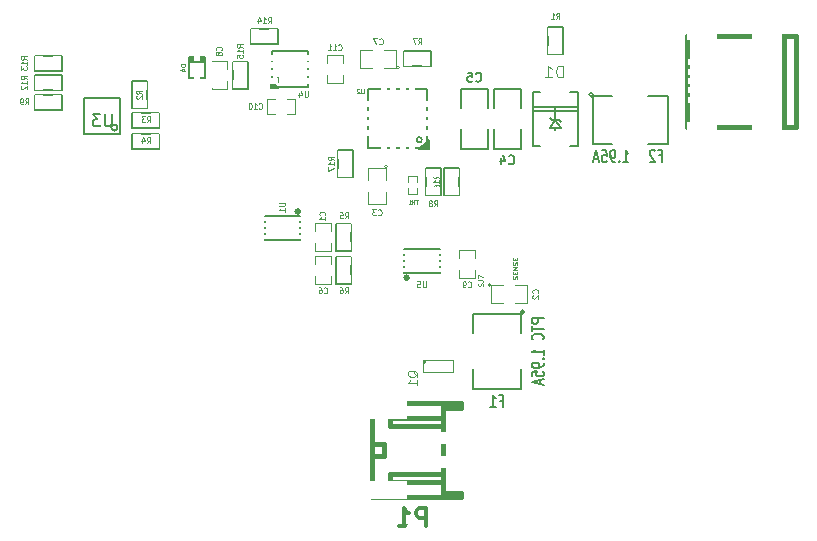
<source format=gbo>
G04 (created by PCBNEW (2013-05-31 BZR 4019)-stable) date 1/30/2014 2:02:55 PM*
%MOIN*%
G04 Gerber Fmt 3.4, Leading zero omitted, Abs format*
%FSLAX34Y34*%
G01*
G70*
G90*
G04 APERTURE LIST*
%ADD10C,0.00590551*%
%ADD11C,0.005*%
%ADD12C,0.0031*%
%ADD13C,0.015*%
%ADD14C,0.0047*%
%ADD15C,0.0039*%
%ADD16C,0.006*%
%ADD17C,0.0078*%
%ADD18C,0.0028*%
%ADD19C,0.0045*%
%ADD20C,0.012*%
%ADD21C,0.0043*%
%ADD22C,0.0035*%
%ADD23C,0.18*%
%ADD24R,0.065X0.065*%
%ADD25C,0.0512*%
%ADD26R,0.0349X0.0171*%
%ADD27R,0.0589X0.0628*%
%ADD28R,0.0315X0.0394*%
%ADD29R,0.025X0.045*%
%ADD30R,0.045X0.025*%
%ADD31R,0.1377X0.0392*%
%ADD32R,0.1377X0.0393*%
%ADD33R,0.1338X0.059*%
%ADD34R,0.1337X0.059*%
%ADD35C,0.045*%
%ADD36R,0.06X0.06*%
%ADD37C,0.06*%
%ADD38R,0.0906X0.0197*%
%ADD39R,0.0984X0.0787*%
%ADD40C,0.0354*%
%ADD41R,0.055X0.15*%
%ADD42R,0.15X0.055*%
%ADD43R,0.08X0.06*%
%ADD44R,0.055X0.035*%
%ADD45R,0.0742X0.0624*%
%ADD46R,0.035X0.055*%
%ADD47R,0.016X0.05*%
%ADD48R,0.0330709X0.0192913*%
%ADD49R,0.0724409X0.103937*%
%ADD50R,0.0866X0.063*%
%ADD51R,0.0236X0.0394*%
%ADD52R,0.019685X0.0370079*%
%ADD53R,0.0370079X0.019685*%
%ADD54R,0.0694882X0.0694882*%
%ADD55R,0.0236X0.0157*%
G04 APERTURE END LIST*
G54D10*
G54D11*
X89591Y-52299D02*
G75*
G03X89591Y-52299I-79J0D01*
G74*
G01*
X89551Y-52298D02*
G75*
G03X89551Y-52298I-39J0D01*
G74*
G01*
X88409Y-52456D02*
X88409Y-53244D01*
X89591Y-52456D02*
X89591Y-53244D01*
X88409Y-53244D02*
X89591Y-53244D01*
X89591Y-52456D02*
X88409Y-52456D01*
G54D12*
X93799Y-57312D02*
G75*
G03X93799Y-57312I-62J0D01*
G74*
G01*
X94700Y-57650D02*
X94700Y-57250D01*
X93675Y-57650D02*
X93675Y-57250D01*
X94700Y-57250D02*
X93675Y-57250D01*
X93675Y-57650D02*
X94700Y-57650D01*
G54D11*
X80750Y-48900D02*
X81650Y-48900D01*
X81650Y-48900D02*
X81650Y-48400D01*
X81650Y-48400D02*
X80750Y-48400D01*
X80750Y-48400D02*
X80750Y-48900D01*
X80750Y-47600D02*
X81650Y-47600D01*
X81650Y-47600D02*
X81650Y-47100D01*
X81650Y-47100D02*
X80750Y-47100D01*
X80750Y-47100D02*
X80750Y-47600D01*
X91350Y-51150D02*
X91350Y-50250D01*
X91350Y-50250D02*
X90850Y-50250D01*
X90850Y-50250D02*
X90850Y-51150D01*
X90850Y-51150D02*
X91350Y-51150D01*
X80750Y-48250D02*
X81650Y-48250D01*
X81650Y-48250D02*
X81650Y-47750D01*
X81650Y-47750D02*
X80750Y-47750D01*
X80750Y-47750D02*
X80750Y-48250D01*
X90800Y-53800D02*
X90800Y-54700D01*
X90800Y-54700D02*
X91300Y-54700D01*
X91300Y-54700D02*
X91300Y-53800D01*
X91300Y-53800D02*
X90800Y-53800D01*
X90800Y-52700D02*
X90800Y-53600D01*
X90800Y-53600D02*
X91300Y-53600D01*
X91300Y-53600D02*
X91300Y-52700D01*
X91300Y-52700D02*
X90800Y-52700D01*
X84900Y-49700D02*
X84000Y-49700D01*
X84000Y-49700D02*
X84000Y-50200D01*
X84000Y-50200D02*
X84900Y-50200D01*
X84900Y-50200D02*
X84900Y-49700D01*
X84900Y-49000D02*
X84000Y-49000D01*
X84000Y-49000D02*
X84000Y-49500D01*
X84000Y-49500D02*
X84900Y-49500D01*
X84900Y-49500D02*
X84900Y-49000D01*
X98350Y-47050D02*
X98350Y-46150D01*
X98350Y-46150D02*
X97850Y-46150D01*
X97850Y-46150D02*
X97850Y-47050D01*
X97850Y-47050D02*
X98350Y-47050D01*
X88850Y-46200D02*
X87950Y-46200D01*
X87950Y-46200D02*
X87950Y-46700D01*
X87950Y-46700D02*
X88850Y-46700D01*
X88850Y-46700D02*
X88850Y-46200D01*
X87850Y-48200D02*
X87850Y-47300D01*
X87850Y-47300D02*
X87350Y-47300D01*
X87350Y-47300D02*
X87350Y-48200D01*
X87350Y-48200D02*
X87850Y-48200D01*
X84000Y-47950D02*
X84000Y-48850D01*
X84000Y-48850D02*
X84500Y-48850D01*
X84500Y-48850D02*
X84500Y-47950D01*
X84500Y-47950D02*
X84000Y-47950D01*
G54D13*
X91994Y-61825D02*
X94947Y-61825D01*
X94947Y-58675D02*
X91994Y-58675D01*
X94947Y-58675D02*
X94947Y-58833D01*
X94356Y-58754D02*
X94947Y-58754D01*
X94947Y-58833D02*
X94356Y-58833D01*
X94947Y-61746D02*
X94356Y-61746D01*
X94356Y-61667D02*
X94947Y-61667D01*
X94947Y-61667D02*
X94947Y-61825D01*
X91994Y-60447D02*
X92388Y-60447D01*
X92388Y-60447D02*
X92388Y-60053D01*
X92388Y-60053D02*
X91994Y-60053D01*
X94356Y-61037D02*
X92585Y-61037D01*
X92585Y-61037D02*
X92585Y-61313D01*
X92585Y-61313D02*
X94356Y-61313D01*
X94356Y-59463D02*
X92585Y-59463D01*
X92585Y-59463D02*
X92585Y-59187D01*
X92585Y-59187D02*
X94356Y-59187D01*
X91994Y-61825D02*
X91994Y-58675D01*
X94356Y-58675D02*
X94356Y-61825D01*
X91994Y-60762D02*
X91994Y-60880D01*
G54D14*
X95406Y-54247D02*
X95406Y-54522D01*
X95406Y-53853D02*
X95406Y-53578D01*
X94894Y-54247D02*
X94894Y-54522D01*
X94894Y-53578D02*
X94894Y-53853D01*
X94900Y-54522D02*
X95400Y-54522D01*
X95400Y-53578D02*
X94900Y-53578D01*
X90606Y-53347D02*
X90606Y-53622D01*
X90606Y-52953D02*
X90606Y-52678D01*
X90094Y-53347D02*
X90094Y-53622D01*
X90094Y-52678D02*
X90094Y-52953D01*
X90100Y-53622D02*
X90600Y-53622D01*
X90600Y-52678D02*
X90100Y-52678D01*
G54D13*
X105717Y-46434D02*
X105717Y-49466D01*
X106111Y-46434D02*
X106111Y-49466D01*
X106111Y-49466D02*
X102489Y-49466D01*
X102489Y-49466D02*
X102489Y-46434D01*
X102489Y-46434D02*
X106111Y-46434D01*
G54D14*
X86644Y-47553D02*
X86644Y-47278D01*
X86644Y-47947D02*
X86644Y-48222D01*
X87156Y-47553D02*
X87156Y-47278D01*
X87156Y-48222D02*
X87156Y-47947D01*
X87150Y-47278D02*
X86650Y-47278D01*
X86650Y-48222D02*
X87150Y-48222D01*
G54D11*
X99370Y-48400D02*
G75*
G03X99370Y-48400I-70J0D01*
G74*
G01*
X101200Y-48450D02*
X101850Y-48450D01*
X101850Y-48450D02*
X101850Y-50050D01*
X101850Y-50050D02*
X101200Y-50050D01*
X100000Y-50050D02*
X99350Y-50050D01*
X99350Y-50050D02*
X99350Y-48450D01*
X99350Y-48450D02*
X100000Y-48450D01*
X97070Y-55650D02*
G75*
G03X97070Y-55650I-70J0D01*
G74*
G01*
X96950Y-57550D02*
X96950Y-58200D01*
X96950Y-58200D02*
X95350Y-58200D01*
X95350Y-58200D02*
X95350Y-57550D01*
X95350Y-56350D02*
X95350Y-55700D01*
X95350Y-55700D02*
X96950Y-55700D01*
X96950Y-55700D02*
X96950Y-56350D01*
X96050Y-48200D02*
X96950Y-48200D01*
X96950Y-48200D02*
X96950Y-48850D01*
X96050Y-49550D02*
X96050Y-50200D01*
X96050Y-50200D02*
X96950Y-50200D01*
X96950Y-50200D02*
X96950Y-49550D01*
X96050Y-48850D02*
X96050Y-48200D01*
G54D15*
X92500Y-50800D02*
G75*
G03X92500Y-50800I-50J0D01*
G74*
G01*
X92450Y-51250D02*
X92450Y-50850D01*
X92450Y-50850D02*
X91850Y-50850D01*
X91850Y-50850D02*
X91850Y-51250D01*
X91850Y-51650D02*
X91850Y-52050D01*
X91850Y-52050D02*
X92450Y-52050D01*
X92450Y-52050D02*
X92450Y-51650D01*
G54D11*
X93217Y-54501D02*
G75*
G03X93217Y-54501I-79J0D01*
G74*
G01*
X93177Y-54502D02*
G75*
G03X93177Y-54502I-39J0D01*
G74*
G01*
X94241Y-54344D02*
X94241Y-53556D01*
X93059Y-54344D02*
X93059Y-53556D01*
X94241Y-53556D02*
X93059Y-53556D01*
X93059Y-54344D02*
X94241Y-54344D01*
X93775Y-50850D02*
X93775Y-51750D01*
X93775Y-51750D02*
X94275Y-51750D01*
X94275Y-51750D02*
X94275Y-50850D01*
X94275Y-50850D02*
X93775Y-50850D01*
X93950Y-46950D02*
X93050Y-46950D01*
X93050Y-46950D02*
X93050Y-47450D01*
X93050Y-47450D02*
X93950Y-47450D01*
X93950Y-47450D02*
X93950Y-46950D01*
X94950Y-48200D02*
X95850Y-48200D01*
X95850Y-48200D02*
X95850Y-48850D01*
X94950Y-49550D02*
X94950Y-50200D01*
X94950Y-50200D02*
X95850Y-50200D01*
X95850Y-50200D02*
X95850Y-49550D01*
X94950Y-48850D02*
X94950Y-48200D01*
G54D15*
X95950Y-54750D02*
G75*
G03X95950Y-54750I-50J0D01*
G74*
G01*
X96350Y-54750D02*
X95950Y-54750D01*
X95950Y-54750D02*
X95950Y-55350D01*
X95950Y-55350D02*
X96350Y-55350D01*
X96750Y-55350D02*
X97150Y-55350D01*
X97150Y-55350D02*
X97150Y-54750D01*
X97150Y-54750D02*
X96750Y-54750D01*
X92900Y-47500D02*
G75*
G03X92900Y-47500I-50J0D01*
G74*
G01*
X92400Y-47500D02*
X92800Y-47500D01*
X92800Y-47500D02*
X92800Y-46900D01*
X92800Y-46900D02*
X92400Y-46900D01*
X92000Y-46900D02*
X91600Y-46900D01*
X91600Y-46900D02*
X91600Y-47500D01*
X91600Y-47500D02*
X92000Y-47500D01*
G54D16*
X83500Y-49500D02*
G75*
G03X83500Y-49500I-100J0D01*
G74*
G01*
X82400Y-49700D02*
X83600Y-49700D01*
X83600Y-49700D02*
X83600Y-48500D01*
X83600Y-48500D02*
X82400Y-48500D01*
X82400Y-48500D02*
X82400Y-49700D01*
G54D11*
X88856Y-48180D02*
X88620Y-48180D01*
X88620Y-48180D02*
X88620Y-47943D01*
X88620Y-47943D02*
X88856Y-48180D01*
X88934Y-47904D02*
G75*
G03X88934Y-47904I-39J0D01*
G74*
G01*
X88974Y-47904D02*
G75*
G03X88974Y-47904I-79J0D01*
G74*
G01*
X88659Y-48022D02*
X88777Y-48140D01*
X88738Y-48140D02*
X88659Y-48062D01*
X88659Y-48101D02*
X88698Y-48140D01*
X89840Y-48140D02*
X89840Y-46959D01*
X89840Y-46959D02*
X88659Y-46959D01*
X88659Y-46959D02*
X88659Y-48140D01*
X88659Y-48140D02*
X89840Y-48140D01*
X98100Y-49500D02*
X98100Y-49580D01*
X98850Y-50100D02*
X98850Y-48300D01*
X98850Y-48300D02*
X98600Y-48300D01*
X97350Y-48940D02*
X98850Y-48940D01*
X97350Y-48810D02*
X98850Y-48810D01*
X97600Y-50100D02*
X97350Y-50100D01*
X97350Y-50100D02*
X97350Y-48300D01*
X97350Y-48300D02*
X97600Y-48300D01*
X98600Y-50100D02*
X98850Y-50100D01*
X98100Y-49250D02*
X98287Y-49500D01*
X98287Y-49500D02*
X98100Y-49500D01*
X98100Y-49500D02*
X97913Y-49500D01*
X97913Y-49500D02*
X98100Y-49250D01*
X98100Y-49250D02*
X98225Y-49250D01*
X98225Y-49250D02*
X98287Y-49312D01*
X98100Y-49250D02*
X97975Y-49250D01*
X97975Y-49250D02*
X97913Y-49188D01*
X98100Y-49250D02*
X98100Y-48813D01*
X86426Y-47185D02*
X85874Y-47185D01*
X85874Y-47224D02*
X86426Y-47224D01*
X86426Y-47264D02*
X85874Y-47264D01*
X86426Y-47303D02*
X85874Y-47303D01*
X86426Y-47146D02*
X86426Y-47854D01*
X86426Y-47854D02*
X85874Y-47854D01*
X85874Y-47854D02*
X85874Y-47146D01*
X85874Y-47146D02*
X86426Y-47146D01*
G54D14*
X90606Y-54447D02*
X90606Y-54722D01*
X90606Y-54053D02*
X90606Y-53778D01*
X90094Y-54447D02*
X90094Y-54722D01*
X90094Y-53778D02*
X90094Y-54053D01*
X90100Y-54722D02*
X90600Y-54722D01*
X90600Y-53778D02*
X90100Y-53778D01*
X89147Y-48544D02*
X89422Y-48544D01*
X88753Y-48544D02*
X88478Y-48544D01*
X89147Y-49056D02*
X89422Y-49056D01*
X88478Y-49056D02*
X88753Y-49056D01*
X89422Y-49050D02*
X89422Y-48550D01*
X88478Y-48550D02*
X88478Y-49050D01*
G54D11*
X93558Y-50223D02*
X93873Y-49908D01*
X93873Y-49908D02*
X93873Y-50223D01*
X93873Y-50223D02*
X93558Y-50223D01*
X93833Y-49987D02*
X93637Y-50183D01*
X93833Y-50026D02*
X93676Y-50183D01*
X93676Y-50183D02*
X93715Y-50183D01*
X93715Y-50183D02*
X93833Y-50065D01*
X93833Y-50065D02*
X93833Y-50105D01*
X93833Y-50105D02*
X93755Y-50183D01*
X93834Y-50184D02*
X93834Y-48215D01*
X93834Y-48215D02*
X91865Y-48215D01*
X91865Y-48215D02*
X91865Y-50184D01*
X91865Y-50184D02*
X93834Y-50184D01*
G54D17*
X93647Y-49907D02*
G75*
G03X93647Y-49907I-87J0D01*
G74*
G01*
G54D18*
X93200Y-51300D02*
X93200Y-51100D01*
X93200Y-51100D02*
X93500Y-51100D01*
X93500Y-51100D02*
X93500Y-51300D01*
X93200Y-51500D02*
X93200Y-51700D01*
X93200Y-51700D02*
X93500Y-51700D01*
X93500Y-51700D02*
X93500Y-51500D01*
G54D11*
X94400Y-50850D02*
X94400Y-51750D01*
X94400Y-51750D02*
X94900Y-51750D01*
X94900Y-51750D02*
X94900Y-50850D01*
X94900Y-50850D02*
X94400Y-50850D01*
G54D14*
X90494Y-47353D02*
X90494Y-47078D01*
X90494Y-47747D02*
X90494Y-48022D01*
X91006Y-47353D02*
X91006Y-47078D01*
X91006Y-48022D02*
X91006Y-47747D01*
X91000Y-47078D02*
X90500Y-47078D01*
X90500Y-48022D02*
X91000Y-48022D01*
G54D15*
X88882Y-51999D02*
X89042Y-51999D01*
X89060Y-52009D01*
X89070Y-52018D01*
X89079Y-52037D01*
X89079Y-52074D01*
X89070Y-52093D01*
X89060Y-52103D01*
X89042Y-52112D01*
X88882Y-52112D01*
X89079Y-52309D02*
X89079Y-52196D01*
X89079Y-52253D02*
X88882Y-52253D01*
X88910Y-52234D01*
X88929Y-52215D01*
X88939Y-52196D01*
G54D14*
X93500Y-57821D02*
X93485Y-57792D01*
X93457Y-57764D01*
X93414Y-57721D01*
X93400Y-57692D01*
X93400Y-57664D01*
X93471Y-57678D02*
X93457Y-57650D01*
X93428Y-57621D01*
X93371Y-57607D01*
X93271Y-57607D01*
X93214Y-57621D01*
X93185Y-57650D01*
X93171Y-57678D01*
X93171Y-57735D01*
X93185Y-57764D01*
X93214Y-57792D01*
X93271Y-57807D01*
X93371Y-57807D01*
X93428Y-57792D01*
X93457Y-57764D01*
X93471Y-57735D01*
X93471Y-57678D01*
X93471Y-58092D02*
X93471Y-57921D01*
X93471Y-58007D02*
X93171Y-58007D01*
X93214Y-57978D01*
X93242Y-57950D01*
X93257Y-57921D01*
G54D19*
X80430Y-48730D02*
X80490Y-48635D01*
X80532Y-48730D02*
X80532Y-48530D01*
X80464Y-48530D01*
X80447Y-48540D01*
X80438Y-48550D01*
X80430Y-48569D01*
X80430Y-48597D01*
X80438Y-48616D01*
X80447Y-48626D01*
X80464Y-48635D01*
X80532Y-48635D01*
X80344Y-48730D02*
X80310Y-48730D01*
X80292Y-48721D01*
X80284Y-48711D01*
X80267Y-48683D01*
X80258Y-48645D01*
X80258Y-48569D01*
X80267Y-48550D01*
X80275Y-48540D01*
X80292Y-48530D01*
X80327Y-48530D01*
X80344Y-48540D01*
X80352Y-48550D01*
X80361Y-48569D01*
X80361Y-48616D01*
X80352Y-48635D01*
X80344Y-48645D01*
X80327Y-48654D01*
X80292Y-48654D01*
X80275Y-48645D01*
X80267Y-48635D01*
X80258Y-48616D01*
X80480Y-47234D02*
X80385Y-47174D01*
X80480Y-47131D02*
X80280Y-47131D01*
X80280Y-47200D01*
X80290Y-47217D01*
X80300Y-47225D01*
X80319Y-47234D01*
X80347Y-47234D01*
X80366Y-47225D01*
X80376Y-47217D01*
X80385Y-47200D01*
X80385Y-47131D01*
X80480Y-47405D02*
X80480Y-47302D01*
X80480Y-47354D02*
X80280Y-47354D01*
X80309Y-47337D01*
X80328Y-47320D01*
X80338Y-47302D01*
X80280Y-47465D02*
X80280Y-47577D01*
X80357Y-47517D01*
X80357Y-47542D01*
X80366Y-47560D01*
X80376Y-47568D01*
X80395Y-47577D01*
X80442Y-47577D01*
X80461Y-47568D01*
X80471Y-47560D01*
X80480Y-47542D01*
X80480Y-47491D01*
X80471Y-47474D01*
X80461Y-47465D01*
X90730Y-50584D02*
X90635Y-50524D01*
X90730Y-50481D02*
X90530Y-50481D01*
X90530Y-50550D01*
X90540Y-50567D01*
X90550Y-50575D01*
X90569Y-50584D01*
X90597Y-50584D01*
X90616Y-50575D01*
X90626Y-50567D01*
X90635Y-50550D01*
X90635Y-50481D01*
X90730Y-50755D02*
X90730Y-50652D01*
X90730Y-50704D02*
X90530Y-50704D01*
X90559Y-50687D01*
X90578Y-50670D01*
X90588Y-50652D01*
X90530Y-50815D02*
X90530Y-50935D01*
X90730Y-50858D01*
X80480Y-47884D02*
X80385Y-47824D01*
X80480Y-47781D02*
X80280Y-47781D01*
X80280Y-47850D01*
X80290Y-47867D01*
X80300Y-47875D01*
X80319Y-47884D01*
X80347Y-47884D01*
X80366Y-47875D01*
X80376Y-47867D01*
X80385Y-47850D01*
X80385Y-47781D01*
X80480Y-48055D02*
X80480Y-47952D01*
X80480Y-48004D02*
X80280Y-48004D01*
X80309Y-47987D01*
X80328Y-47970D01*
X80338Y-47952D01*
X80300Y-48124D02*
X80290Y-48132D01*
X80280Y-48150D01*
X80280Y-48192D01*
X80290Y-48210D01*
X80300Y-48218D01*
X80319Y-48227D01*
X80338Y-48227D01*
X80366Y-48218D01*
X80480Y-48115D01*
X80480Y-48227D01*
X91080Y-55030D02*
X91140Y-54935D01*
X91182Y-55030D02*
X91182Y-54830D01*
X91114Y-54830D01*
X91097Y-54840D01*
X91088Y-54850D01*
X91080Y-54869D01*
X91080Y-54897D01*
X91088Y-54916D01*
X91097Y-54926D01*
X91114Y-54935D01*
X91182Y-54935D01*
X90925Y-54830D02*
X90960Y-54830D01*
X90977Y-54840D01*
X90985Y-54850D01*
X91002Y-54878D01*
X91011Y-54916D01*
X91011Y-54992D01*
X91002Y-55011D01*
X90994Y-55021D01*
X90977Y-55030D01*
X90942Y-55030D01*
X90925Y-55021D01*
X90917Y-55011D01*
X90908Y-54992D01*
X90908Y-54945D01*
X90917Y-54926D01*
X90925Y-54916D01*
X90942Y-54907D01*
X90977Y-54907D01*
X90994Y-54916D01*
X91002Y-54926D01*
X91011Y-54945D01*
X91080Y-52530D02*
X91140Y-52435D01*
X91182Y-52530D02*
X91182Y-52330D01*
X91114Y-52330D01*
X91097Y-52340D01*
X91088Y-52350D01*
X91080Y-52369D01*
X91080Y-52397D01*
X91088Y-52416D01*
X91097Y-52426D01*
X91114Y-52435D01*
X91182Y-52435D01*
X90917Y-52330D02*
X91002Y-52330D01*
X91011Y-52426D01*
X91002Y-52416D01*
X90985Y-52407D01*
X90942Y-52407D01*
X90925Y-52416D01*
X90917Y-52426D01*
X90908Y-52445D01*
X90908Y-52492D01*
X90917Y-52511D01*
X90925Y-52521D01*
X90942Y-52530D01*
X90985Y-52530D01*
X91002Y-52521D01*
X91011Y-52511D01*
X84480Y-50030D02*
X84540Y-49935D01*
X84582Y-50030D02*
X84582Y-49830D01*
X84514Y-49830D01*
X84497Y-49840D01*
X84488Y-49850D01*
X84480Y-49869D01*
X84480Y-49897D01*
X84488Y-49916D01*
X84497Y-49926D01*
X84514Y-49935D01*
X84582Y-49935D01*
X84325Y-49897D02*
X84325Y-50030D01*
X84368Y-49821D02*
X84411Y-49964D01*
X84300Y-49964D01*
X84480Y-49330D02*
X84540Y-49235D01*
X84582Y-49330D02*
X84582Y-49130D01*
X84514Y-49130D01*
X84497Y-49140D01*
X84488Y-49150D01*
X84480Y-49169D01*
X84480Y-49197D01*
X84488Y-49216D01*
X84497Y-49226D01*
X84514Y-49235D01*
X84582Y-49235D01*
X84420Y-49130D02*
X84308Y-49130D01*
X84368Y-49207D01*
X84342Y-49207D01*
X84325Y-49216D01*
X84317Y-49226D01*
X84308Y-49245D01*
X84308Y-49292D01*
X84317Y-49311D01*
X84325Y-49321D01*
X84342Y-49330D01*
X84394Y-49330D01*
X84411Y-49321D01*
X84420Y-49311D01*
X98130Y-45880D02*
X98190Y-45785D01*
X98232Y-45880D02*
X98232Y-45680D01*
X98164Y-45680D01*
X98147Y-45690D01*
X98138Y-45700D01*
X98130Y-45719D01*
X98130Y-45747D01*
X98138Y-45766D01*
X98147Y-45776D01*
X98164Y-45785D01*
X98232Y-45785D01*
X97958Y-45880D02*
X98061Y-45880D01*
X98010Y-45880D02*
X98010Y-45680D01*
X98027Y-45709D01*
X98044Y-45728D01*
X98061Y-45738D01*
X88515Y-46030D02*
X88575Y-45935D01*
X88618Y-46030D02*
X88618Y-45830D01*
X88550Y-45830D01*
X88532Y-45840D01*
X88524Y-45850D01*
X88515Y-45869D01*
X88515Y-45897D01*
X88524Y-45916D01*
X88532Y-45926D01*
X88550Y-45935D01*
X88618Y-45935D01*
X88344Y-46030D02*
X88447Y-46030D01*
X88395Y-46030D02*
X88395Y-45830D01*
X88412Y-45859D01*
X88430Y-45878D01*
X88447Y-45888D01*
X88190Y-45897D02*
X88190Y-46030D01*
X88232Y-45821D02*
X88275Y-45964D01*
X88164Y-45964D01*
X87680Y-46834D02*
X87585Y-46774D01*
X87680Y-46731D02*
X87480Y-46731D01*
X87480Y-46800D01*
X87490Y-46817D01*
X87500Y-46825D01*
X87519Y-46834D01*
X87547Y-46834D01*
X87566Y-46825D01*
X87576Y-46817D01*
X87585Y-46800D01*
X87585Y-46731D01*
X87680Y-47005D02*
X87680Y-46902D01*
X87680Y-46954D02*
X87480Y-46954D01*
X87509Y-46937D01*
X87528Y-46920D01*
X87538Y-46902D01*
X87480Y-47168D02*
X87480Y-47082D01*
X87576Y-47074D01*
X87566Y-47082D01*
X87557Y-47100D01*
X87557Y-47142D01*
X87566Y-47160D01*
X87576Y-47168D01*
X87595Y-47177D01*
X87642Y-47177D01*
X87661Y-47168D01*
X87671Y-47160D01*
X87680Y-47142D01*
X87680Y-47100D01*
X87671Y-47082D01*
X87661Y-47074D01*
X84330Y-48370D02*
X84235Y-48310D01*
X84330Y-48267D02*
X84130Y-48267D01*
X84130Y-48335D01*
X84140Y-48352D01*
X84150Y-48361D01*
X84169Y-48370D01*
X84197Y-48370D01*
X84216Y-48361D01*
X84226Y-48352D01*
X84235Y-48335D01*
X84235Y-48267D01*
X84150Y-48438D02*
X84140Y-48447D01*
X84130Y-48464D01*
X84130Y-48507D01*
X84140Y-48524D01*
X84150Y-48532D01*
X84169Y-48541D01*
X84188Y-48541D01*
X84216Y-48532D01*
X84330Y-48430D01*
X84330Y-48541D01*
G54D20*
X93792Y-62792D02*
X93792Y-62192D01*
X93564Y-62192D01*
X93507Y-62221D01*
X93478Y-62250D01*
X93450Y-62307D01*
X93450Y-62392D01*
X93478Y-62450D01*
X93507Y-62478D01*
X93564Y-62507D01*
X93792Y-62507D01*
X92878Y-62792D02*
X93221Y-62792D01*
X93050Y-62792D02*
X93050Y-62192D01*
X93107Y-62278D01*
X93164Y-62335D01*
X93221Y-62364D01*
G54D19*
X95180Y-54811D02*
X95188Y-54821D01*
X95214Y-54830D01*
X95231Y-54830D01*
X95257Y-54821D01*
X95274Y-54802D01*
X95282Y-54783D01*
X95291Y-54745D01*
X95291Y-54716D01*
X95282Y-54678D01*
X95274Y-54659D01*
X95257Y-54640D01*
X95231Y-54630D01*
X95214Y-54630D01*
X95188Y-54640D01*
X95180Y-54650D01*
X95094Y-54830D02*
X95060Y-54830D01*
X95042Y-54821D01*
X95034Y-54811D01*
X95017Y-54783D01*
X95008Y-54745D01*
X95008Y-54669D01*
X95017Y-54650D01*
X95025Y-54640D01*
X95042Y-54630D01*
X95077Y-54630D01*
X95094Y-54640D01*
X95102Y-54650D01*
X95111Y-54669D01*
X95111Y-54716D01*
X95102Y-54735D01*
X95094Y-54745D01*
X95077Y-54754D01*
X95042Y-54754D01*
X95025Y-54745D01*
X95017Y-54735D01*
X95008Y-54716D01*
X90411Y-52420D02*
X90421Y-52411D01*
X90430Y-52385D01*
X90430Y-52368D01*
X90421Y-52342D01*
X90402Y-52325D01*
X90383Y-52317D01*
X90345Y-52308D01*
X90316Y-52308D01*
X90278Y-52317D01*
X90259Y-52325D01*
X90240Y-52342D01*
X90230Y-52368D01*
X90230Y-52385D01*
X90240Y-52411D01*
X90250Y-52420D01*
X90430Y-52591D02*
X90430Y-52488D01*
X90430Y-52540D02*
X90230Y-52540D01*
X90259Y-52522D01*
X90278Y-52505D01*
X90288Y-52488D01*
X86961Y-46920D02*
X86971Y-46911D01*
X86980Y-46885D01*
X86980Y-46868D01*
X86971Y-46842D01*
X86952Y-46825D01*
X86933Y-46817D01*
X86895Y-46808D01*
X86866Y-46808D01*
X86828Y-46817D01*
X86809Y-46825D01*
X86790Y-46842D01*
X86780Y-46868D01*
X86780Y-46885D01*
X86790Y-46911D01*
X86800Y-46920D01*
X86866Y-47022D02*
X86857Y-47005D01*
X86847Y-46997D01*
X86828Y-46988D01*
X86819Y-46988D01*
X86800Y-46997D01*
X86790Y-47005D01*
X86780Y-47022D01*
X86780Y-47057D01*
X86790Y-47074D01*
X86800Y-47082D01*
X86819Y-47091D01*
X86828Y-47091D01*
X86847Y-47082D01*
X86857Y-47074D01*
X86866Y-47057D01*
X86866Y-47022D01*
X86876Y-47005D01*
X86885Y-46997D01*
X86904Y-46988D01*
X86942Y-46988D01*
X86961Y-46997D01*
X86971Y-47005D01*
X86980Y-47022D01*
X86980Y-47057D01*
X86971Y-47074D01*
X86961Y-47082D01*
X86942Y-47091D01*
X86904Y-47091D01*
X86885Y-47082D01*
X86876Y-47074D01*
X86866Y-47057D01*
G54D11*
X101559Y-50432D02*
X101659Y-50432D01*
X101659Y-50641D02*
X101659Y-50241D01*
X101517Y-50241D01*
X101417Y-50280D02*
X101402Y-50260D01*
X101374Y-50241D01*
X101302Y-50241D01*
X101274Y-50260D01*
X101259Y-50280D01*
X101245Y-50318D01*
X101245Y-50356D01*
X101259Y-50413D01*
X101431Y-50641D01*
X101245Y-50641D01*
X100360Y-50651D02*
X100531Y-50651D01*
X100445Y-50651D02*
X100445Y-50251D01*
X100474Y-50309D01*
X100502Y-50347D01*
X100531Y-50366D01*
X100231Y-50613D02*
X100217Y-50632D01*
X100231Y-50651D01*
X100245Y-50632D01*
X100231Y-50613D01*
X100231Y-50651D01*
X100074Y-50651D02*
X100017Y-50651D01*
X99988Y-50632D01*
X99974Y-50613D01*
X99945Y-50556D01*
X99931Y-50480D01*
X99931Y-50328D01*
X99945Y-50290D01*
X99960Y-50270D01*
X99988Y-50251D01*
X100045Y-50251D01*
X100074Y-50270D01*
X100088Y-50290D01*
X100102Y-50328D01*
X100102Y-50423D01*
X100088Y-50461D01*
X100074Y-50480D01*
X100045Y-50499D01*
X99988Y-50499D01*
X99960Y-50480D01*
X99945Y-50461D01*
X99931Y-50423D01*
X99660Y-50251D02*
X99802Y-50251D01*
X99817Y-50442D01*
X99802Y-50423D01*
X99774Y-50404D01*
X99702Y-50404D01*
X99674Y-50423D01*
X99660Y-50442D01*
X99645Y-50480D01*
X99645Y-50575D01*
X99660Y-50613D01*
X99674Y-50632D01*
X99702Y-50651D01*
X99774Y-50651D01*
X99802Y-50632D01*
X99817Y-50613D01*
X99531Y-50537D02*
X99388Y-50537D01*
X99560Y-50651D02*
X99460Y-50251D01*
X99360Y-50651D01*
X96249Y-58602D02*
X96349Y-58602D01*
X96349Y-58811D02*
X96349Y-58411D01*
X96207Y-58411D01*
X95935Y-58811D02*
X96107Y-58811D01*
X96021Y-58811D02*
X96021Y-58411D01*
X96049Y-58469D01*
X96078Y-58507D01*
X96107Y-58526D01*
X97711Y-55864D02*
X97311Y-55864D01*
X97311Y-55978D01*
X97330Y-56007D01*
X97350Y-56021D01*
X97388Y-56035D01*
X97445Y-56035D01*
X97483Y-56021D01*
X97502Y-56007D01*
X97521Y-55978D01*
X97521Y-55864D01*
X97311Y-56121D02*
X97311Y-56292D01*
X97711Y-56207D02*
X97311Y-56207D01*
X97673Y-56564D02*
X97692Y-56550D01*
X97711Y-56507D01*
X97711Y-56478D01*
X97692Y-56435D01*
X97654Y-56407D01*
X97616Y-56392D01*
X97540Y-56378D01*
X97483Y-56378D01*
X97407Y-56392D01*
X97369Y-56407D01*
X97330Y-56435D01*
X97311Y-56478D01*
X97311Y-56507D01*
X97330Y-56550D01*
X97350Y-56564D01*
X97711Y-57078D02*
X97711Y-56907D01*
X97711Y-56992D02*
X97311Y-56992D01*
X97369Y-56964D01*
X97407Y-56935D01*
X97426Y-56907D01*
X97673Y-57207D02*
X97692Y-57221D01*
X97711Y-57207D01*
X97692Y-57192D01*
X97673Y-57207D01*
X97711Y-57207D01*
X97711Y-57364D02*
X97711Y-57421D01*
X97692Y-57450D01*
X97673Y-57464D01*
X97616Y-57492D01*
X97540Y-57507D01*
X97388Y-57507D01*
X97350Y-57492D01*
X97330Y-57478D01*
X97311Y-57450D01*
X97311Y-57392D01*
X97330Y-57364D01*
X97350Y-57350D01*
X97388Y-57335D01*
X97483Y-57335D01*
X97521Y-57350D01*
X97540Y-57364D01*
X97559Y-57392D01*
X97559Y-57450D01*
X97540Y-57478D01*
X97521Y-57492D01*
X97483Y-57507D01*
X97311Y-57778D02*
X97311Y-57635D01*
X97502Y-57621D01*
X97483Y-57635D01*
X97464Y-57664D01*
X97464Y-57735D01*
X97483Y-57764D01*
X97502Y-57778D01*
X97540Y-57792D01*
X97635Y-57792D01*
X97673Y-57778D01*
X97692Y-57764D01*
X97711Y-57735D01*
X97711Y-57664D01*
X97692Y-57635D01*
X97673Y-57621D01*
X97597Y-57907D02*
X97597Y-58049D01*
X97711Y-57878D02*
X97311Y-57978D01*
X97711Y-58078D01*
X96550Y-50692D02*
X96564Y-50707D01*
X96607Y-50721D01*
X96635Y-50721D01*
X96678Y-50707D01*
X96707Y-50678D01*
X96721Y-50650D01*
X96735Y-50592D01*
X96735Y-50550D01*
X96721Y-50492D01*
X96707Y-50464D01*
X96678Y-50435D01*
X96635Y-50421D01*
X96607Y-50421D01*
X96564Y-50435D01*
X96550Y-50450D01*
X96292Y-50521D02*
X96292Y-50721D01*
X96364Y-50407D02*
X96435Y-50621D01*
X96250Y-50621D01*
G54D21*
X92182Y-52410D02*
X92192Y-52420D01*
X92220Y-52429D01*
X92239Y-52429D01*
X92267Y-52420D01*
X92286Y-52401D01*
X92295Y-52382D01*
X92304Y-52345D01*
X92304Y-52317D01*
X92295Y-52279D01*
X92286Y-52260D01*
X92267Y-52242D01*
X92239Y-52232D01*
X92220Y-52232D01*
X92192Y-52242D01*
X92182Y-52251D01*
X92117Y-52232D02*
X91995Y-52232D01*
X92060Y-52307D01*
X92032Y-52307D01*
X92013Y-52317D01*
X92004Y-52326D01*
X91995Y-52345D01*
X91995Y-52392D01*
X92004Y-52410D01*
X92013Y-52420D01*
X92032Y-52429D01*
X92089Y-52429D01*
X92107Y-52420D01*
X92117Y-52410D01*
G54D15*
X93800Y-54632D02*
X93800Y-54792D01*
X93790Y-54810D01*
X93781Y-54820D01*
X93762Y-54829D01*
X93725Y-54829D01*
X93706Y-54820D01*
X93696Y-54810D01*
X93687Y-54792D01*
X93687Y-54632D01*
X93499Y-54632D02*
X93593Y-54632D01*
X93603Y-54726D01*
X93593Y-54717D01*
X93574Y-54707D01*
X93528Y-54707D01*
X93509Y-54717D01*
X93499Y-54726D01*
X93490Y-54745D01*
X93490Y-54792D01*
X93499Y-54810D01*
X93509Y-54820D01*
X93528Y-54829D01*
X93574Y-54829D01*
X93593Y-54820D01*
X93603Y-54810D01*
G54D19*
X94055Y-52130D02*
X94115Y-52035D01*
X94157Y-52130D02*
X94157Y-51930D01*
X94089Y-51930D01*
X94072Y-51940D01*
X94063Y-51950D01*
X94055Y-51969D01*
X94055Y-51997D01*
X94063Y-52016D01*
X94072Y-52026D01*
X94089Y-52035D01*
X94157Y-52035D01*
X93952Y-52016D02*
X93969Y-52007D01*
X93977Y-51997D01*
X93986Y-51978D01*
X93986Y-51969D01*
X93977Y-51950D01*
X93969Y-51940D01*
X93952Y-51930D01*
X93917Y-51930D01*
X93900Y-51940D01*
X93892Y-51950D01*
X93883Y-51969D01*
X93883Y-51978D01*
X93892Y-51997D01*
X93900Y-52007D01*
X93917Y-52016D01*
X93952Y-52016D01*
X93969Y-52026D01*
X93977Y-52035D01*
X93986Y-52054D01*
X93986Y-52092D01*
X93977Y-52111D01*
X93969Y-52121D01*
X93952Y-52130D01*
X93917Y-52130D01*
X93900Y-52121D01*
X93892Y-52111D01*
X93883Y-52092D01*
X93883Y-52054D01*
X93892Y-52035D01*
X93900Y-52026D01*
X93917Y-52016D01*
X93530Y-46730D02*
X93590Y-46635D01*
X93632Y-46730D02*
X93632Y-46530D01*
X93564Y-46530D01*
X93547Y-46540D01*
X93538Y-46550D01*
X93530Y-46569D01*
X93530Y-46597D01*
X93538Y-46616D01*
X93547Y-46626D01*
X93564Y-46635D01*
X93632Y-46635D01*
X93470Y-46530D02*
X93350Y-46530D01*
X93427Y-46730D01*
G54D11*
X95450Y-47942D02*
X95464Y-47957D01*
X95507Y-47971D01*
X95535Y-47971D01*
X95578Y-47957D01*
X95607Y-47928D01*
X95621Y-47900D01*
X95635Y-47842D01*
X95635Y-47800D01*
X95621Y-47742D01*
X95607Y-47714D01*
X95578Y-47685D01*
X95535Y-47671D01*
X95507Y-47671D01*
X95464Y-47685D01*
X95450Y-47700D01*
X95178Y-47671D02*
X95321Y-47671D01*
X95335Y-47814D01*
X95321Y-47800D01*
X95292Y-47785D01*
X95221Y-47785D01*
X95192Y-47800D01*
X95178Y-47814D01*
X95164Y-47842D01*
X95164Y-47914D01*
X95178Y-47942D01*
X95192Y-47957D01*
X95221Y-47971D01*
X95292Y-47971D01*
X95321Y-47957D01*
X95335Y-47942D01*
G54D21*
X97510Y-55017D02*
X97520Y-55007D01*
X97529Y-54979D01*
X97529Y-54960D01*
X97520Y-54932D01*
X97501Y-54913D01*
X97482Y-54904D01*
X97445Y-54895D01*
X97417Y-54895D01*
X97379Y-54904D01*
X97360Y-54913D01*
X97342Y-54932D01*
X97332Y-54960D01*
X97332Y-54979D01*
X97342Y-55007D01*
X97351Y-55017D01*
X97351Y-55092D02*
X97342Y-55101D01*
X97332Y-55120D01*
X97332Y-55167D01*
X97342Y-55186D01*
X97351Y-55195D01*
X97370Y-55204D01*
X97389Y-55204D01*
X97417Y-55195D01*
X97529Y-55082D01*
X97529Y-55204D01*
X92232Y-46710D02*
X92242Y-46720D01*
X92270Y-46729D01*
X92289Y-46729D01*
X92317Y-46720D01*
X92336Y-46701D01*
X92345Y-46682D01*
X92354Y-46645D01*
X92354Y-46617D01*
X92345Y-46579D01*
X92336Y-46560D01*
X92317Y-46542D01*
X92289Y-46532D01*
X92270Y-46532D01*
X92242Y-46542D01*
X92232Y-46551D01*
X92167Y-46532D02*
X92035Y-46532D01*
X92120Y-46729D01*
G54D16*
X83304Y-49061D02*
X83304Y-49385D01*
X83285Y-49423D01*
X83266Y-49442D01*
X83228Y-49461D01*
X83152Y-49461D01*
X83114Y-49442D01*
X83095Y-49423D01*
X83076Y-49385D01*
X83076Y-49061D01*
X82923Y-49061D02*
X82676Y-49061D01*
X82809Y-49214D01*
X82752Y-49214D01*
X82714Y-49233D01*
X82695Y-49252D01*
X82676Y-49290D01*
X82676Y-49385D01*
X82695Y-49423D01*
X82714Y-49442D01*
X82752Y-49461D01*
X82866Y-49461D01*
X82904Y-49442D01*
X82923Y-49423D01*
G54D15*
X89850Y-48282D02*
X89850Y-48442D01*
X89840Y-48460D01*
X89831Y-48470D01*
X89812Y-48479D01*
X89775Y-48479D01*
X89756Y-48470D01*
X89746Y-48460D01*
X89737Y-48442D01*
X89737Y-48282D01*
X89559Y-48348D02*
X89559Y-48479D01*
X89606Y-48273D02*
X89653Y-48414D01*
X89531Y-48414D01*
G54D14*
X98350Y-47829D02*
X98350Y-47435D01*
X98257Y-47435D01*
X98200Y-47454D01*
X98163Y-47491D01*
X98144Y-47529D01*
X98125Y-47604D01*
X98125Y-47660D01*
X98144Y-47735D01*
X98163Y-47773D01*
X98200Y-47810D01*
X98257Y-47829D01*
X98350Y-47829D01*
X97750Y-47829D02*
X97975Y-47829D01*
X97863Y-47829D02*
X97863Y-47435D01*
X97900Y-47491D01*
X97938Y-47529D01*
X97975Y-47548D01*
G54D15*
X85763Y-47384D02*
X85606Y-47384D01*
X85606Y-47421D01*
X85614Y-47443D01*
X85628Y-47458D01*
X85643Y-47466D01*
X85673Y-47473D01*
X85696Y-47473D01*
X85726Y-47466D01*
X85741Y-47458D01*
X85756Y-47443D01*
X85763Y-47421D01*
X85763Y-47384D01*
X85658Y-47608D02*
X85763Y-47608D01*
X85599Y-47571D02*
X85711Y-47533D01*
X85711Y-47630D01*
G54D19*
X90380Y-55011D02*
X90388Y-55021D01*
X90414Y-55030D01*
X90431Y-55030D01*
X90457Y-55021D01*
X90474Y-55002D01*
X90482Y-54983D01*
X90491Y-54945D01*
X90491Y-54916D01*
X90482Y-54878D01*
X90474Y-54859D01*
X90457Y-54840D01*
X90431Y-54830D01*
X90414Y-54830D01*
X90388Y-54840D01*
X90380Y-54850D01*
X90225Y-54830D02*
X90260Y-54830D01*
X90277Y-54840D01*
X90285Y-54850D01*
X90302Y-54878D01*
X90311Y-54916D01*
X90311Y-54992D01*
X90302Y-55011D01*
X90294Y-55021D01*
X90277Y-55030D01*
X90242Y-55030D01*
X90225Y-55021D01*
X90217Y-55011D01*
X90208Y-54992D01*
X90208Y-54945D01*
X90217Y-54926D01*
X90225Y-54916D01*
X90242Y-54907D01*
X90277Y-54907D01*
X90294Y-54916D01*
X90302Y-54926D01*
X90311Y-54945D01*
X88215Y-48861D02*
X88224Y-48871D01*
X88250Y-48880D01*
X88267Y-48880D01*
X88292Y-48871D01*
X88310Y-48852D01*
X88318Y-48833D01*
X88327Y-48795D01*
X88327Y-48766D01*
X88318Y-48728D01*
X88310Y-48709D01*
X88292Y-48690D01*
X88267Y-48680D01*
X88250Y-48680D01*
X88224Y-48690D01*
X88215Y-48700D01*
X88044Y-48880D02*
X88147Y-48880D01*
X88095Y-48880D02*
X88095Y-48680D01*
X88112Y-48709D01*
X88130Y-48728D01*
X88147Y-48738D01*
X87932Y-48680D02*
X87915Y-48680D01*
X87898Y-48690D01*
X87890Y-48700D01*
X87881Y-48719D01*
X87872Y-48757D01*
X87872Y-48804D01*
X87881Y-48842D01*
X87890Y-48861D01*
X87898Y-48871D01*
X87915Y-48880D01*
X87932Y-48880D01*
X87950Y-48871D01*
X87958Y-48861D01*
X87967Y-48842D01*
X87975Y-48804D01*
X87975Y-48757D01*
X87967Y-48719D01*
X87958Y-48700D01*
X87950Y-48690D01*
X87932Y-48680D01*
G54D12*
X91719Y-48206D02*
X91719Y-48333D01*
X91712Y-48348D01*
X91704Y-48356D01*
X91689Y-48363D01*
X91659Y-48363D01*
X91644Y-48356D01*
X91637Y-48348D01*
X91629Y-48333D01*
X91629Y-48206D01*
X91562Y-48221D02*
X91555Y-48214D01*
X91540Y-48206D01*
X91502Y-48206D01*
X91487Y-48214D01*
X91480Y-48221D01*
X91472Y-48236D01*
X91472Y-48251D01*
X91480Y-48273D01*
X91570Y-48363D01*
X91472Y-48363D01*
G54D18*
X93504Y-51917D02*
X93435Y-51917D01*
X93470Y-52055D02*
X93470Y-51917D01*
X93395Y-52055D02*
X93395Y-51917D01*
X93395Y-51983D02*
X93327Y-51983D01*
X93327Y-52055D02*
X93327Y-51917D01*
X93207Y-52055D02*
X93275Y-52055D01*
X93241Y-52055D02*
X93241Y-51917D01*
X93252Y-51937D01*
X93264Y-51950D01*
X93275Y-51957D01*
G54D19*
X94230Y-51184D02*
X94135Y-51124D01*
X94230Y-51081D02*
X94030Y-51081D01*
X94030Y-51150D01*
X94040Y-51167D01*
X94050Y-51175D01*
X94069Y-51184D01*
X94097Y-51184D01*
X94116Y-51175D01*
X94126Y-51167D01*
X94135Y-51150D01*
X94135Y-51081D01*
X94230Y-51355D02*
X94230Y-51252D01*
X94230Y-51304D02*
X94030Y-51304D01*
X94059Y-51287D01*
X94078Y-51270D01*
X94088Y-51252D01*
X94030Y-51510D02*
X94030Y-51475D01*
X94040Y-51458D01*
X94050Y-51450D01*
X94078Y-51432D01*
X94116Y-51424D01*
X94192Y-51424D01*
X94211Y-51432D01*
X94221Y-51441D01*
X94230Y-51458D01*
X94230Y-51492D01*
X94221Y-51510D01*
X94211Y-51518D01*
X94192Y-51527D01*
X94145Y-51527D01*
X94126Y-51518D01*
X94116Y-51510D01*
X94107Y-51492D01*
X94107Y-51458D01*
X94116Y-51441D01*
X94126Y-51432D01*
X94145Y-51424D01*
X90865Y-46911D02*
X90874Y-46921D01*
X90900Y-46930D01*
X90917Y-46930D01*
X90942Y-46921D01*
X90960Y-46902D01*
X90968Y-46883D01*
X90977Y-46845D01*
X90977Y-46816D01*
X90968Y-46778D01*
X90960Y-46759D01*
X90942Y-46740D01*
X90917Y-46730D01*
X90900Y-46730D01*
X90874Y-46740D01*
X90865Y-46750D01*
X90694Y-46930D02*
X90797Y-46930D01*
X90745Y-46930D02*
X90745Y-46730D01*
X90762Y-46759D01*
X90780Y-46778D01*
X90797Y-46788D01*
X90522Y-46930D02*
X90625Y-46930D01*
X90574Y-46930D02*
X90574Y-46730D01*
X90591Y-46759D01*
X90608Y-46778D01*
X90625Y-46788D01*
G54D22*
X95682Y-54782D02*
X95689Y-54760D01*
X95689Y-54721D01*
X95682Y-54706D01*
X95674Y-54699D01*
X95659Y-54691D01*
X95644Y-54691D01*
X95628Y-54699D01*
X95621Y-54706D01*
X95613Y-54721D01*
X95605Y-54752D01*
X95598Y-54767D01*
X95590Y-54775D01*
X95575Y-54782D01*
X95560Y-54782D01*
X95545Y-54775D01*
X95537Y-54767D01*
X95529Y-54752D01*
X95529Y-54714D01*
X95537Y-54691D01*
X95529Y-54577D02*
X95644Y-54577D01*
X95666Y-54584D01*
X95682Y-54600D01*
X95689Y-54622D01*
X95689Y-54638D01*
X95529Y-54516D02*
X95529Y-54409D01*
X95689Y-54478D01*
X96827Y-54553D02*
X96834Y-54530D01*
X96834Y-54492D01*
X96827Y-54477D01*
X96819Y-54469D01*
X96804Y-54462D01*
X96789Y-54462D01*
X96773Y-54469D01*
X96766Y-54477D01*
X96758Y-54492D01*
X96750Y-54523D01*
X96743Y-54538D01*
X96735Y-54545D01*
X96720Y-54553D01*
X96705Y-54553D01*
X96690Y-54545D01*
X96682Y-54538D01*
X96674Y-54523D01*
X96674Y-54484D01*
X96682Y-54462D01*
X96750Y-54393D02*
X96750Y-54340D01*
X96834Y-54317D02*
X96834Y-54393D01*
X96674Y-54393D01*
X96674Y-54317D01*
X96834Y-54248D02*
X96674Y-54248D01*
X96834Y-54157D01*
X96674Y-54157D01*
X96827Y-54088D02*
X96834Y-54065D01*
X96834Y-54027D01*
X96827Y-54012D01*
X96819Y-54004D01*
X96804Y-53997D01*
X96789Y-53997D01*
X96773Y-54004D01*
X96766Y-54012D01*
X96758Y-54027D01*
X96750Y-54058D01*
X96743Y-54073D01*
X96735Y-54081D01*
X96720Y-54088D01*
X96705Y-54088D01*
X96690Y-54081D01*
X96682Y-54073D01*
X96674Y-54058D01*
X96674Y-54020D01*
X96682Y-53997D01*
X96750Y-53928D02*
X96750Y-53875D01*
X96834Y-53852D02*
X96834Y-53928D01*
X96674Y-53928D01*
X96674Y-53852D01*
%LPC*%
G54D23*
X74350Y-45650D03*
X100350Y-44400D03*
X74350Y-62150D03*
G54D24*
X98350Y-43900D03*
G54D25*
X98350Y-44900D03*
X97350Y-43900D03*
X97350Y-44900D03*
X96350Y-43900D03*
X96350Y-44900D03*
X95350Y-43900D03*
X95350Y-44900D03*
X94350Y-43900D03*
X94350Y-44900D03*
X93350Y-43900D03*
X93350Y-44900D03*
X92350Y-43900D03*
X92350Y-44900D03*
X91350Y-43900D03*
X91350Y-44900D03*
X90350Y-43900D03*
X90350Y-44900D03*
X89350Y-43900D03*
X89350Y-44900D03*
X88350Y-43900D03*
X88350Y-44900D03*
X87350Y-43900D03*
X87350Y-44900D03*
X86350Y-43900D03*
X86350Y-44900D03*
X85350Y-43900D03*
X85350Y-44900D03*
X84350Y-43900D03*
X84350Y-44900D03*
X83350Y-43900D03*
X83350Y-44900D03*
X82350Y-43900D03*
X82350Y-44900D03*
X81350Y-43900D03*
X81350Y-44900D03*
X80350Y-43900D03*
X80350Y-44900D03*
X79350Y-43900D03*
X79350Y-44900D03*
X78350Y-43900D03*
X78350Y-44900D03*
X77350Y-43900D03*
X77350Y-44900D03*
X76350Y-43900D03*
X76350Y-44900D03*
G54D24*
X98350Y-62900D03*
G54D25*
X98350Y-63900D03*
X97350Y-62900D03*
X97350Y-63900D03*
X96350Y-62900D03*
X96350Y-63900D03*
X95350Y-62900D03*
X95350Y-63900D03*
X94350Y-62900D03*
X94350Y-63900D03*
X93350Y-62900D03*
X93350Y-63900D03*
X92350Y-62900D03*
X92350Y-63900D03*
X91350Y-62900D03*
X91350Y-63900D03*
X90350Y-62900D03*
X90350Y-63900D03*
X89350Y-62900D03*
X89350Y-63900D03*
X88350Y-62900D03*
X88350Y-63900D03*
X87350Y-62900D03*
X87350Y-63900D03*
X86350Y-62900D03*
X86350Y-63900D03*
X85350Y-62900D03*
X85350Y-63900D03*
X84350Y-62900D03*
X84350Y-63900D03*
X83350Y-62900D03*
X83350Y-63900D03*
X82350Y-62900D03*
X82350Y-63900D03*
X81350Y-62900D03*
X81350Y-63900D03*
X80350Y-62900D03*
X80350Y-63900D03*
X79350Y-62900D03*
X79350Y-63900D03*
X78350Y-62900D03*
X78350Y-63900D03*
X77350Y-62900D03*
X77350Y-63900D03*
X76350Y-62900D03*
X76350Y-63900D03*
G54D26*
X89590Y-52555D03*
X89590Y-52753D03*
X89590Y-52947D03*
X89590Y-53145D03*
X88410Y-53145D03*
X88410Y-52947D03*
X88410Y-52753D03*
X88410Y-52555D03*
G54D27*
X89000Y-52850D03*
G54D28*
X94200Y-57883D03*
X94575Y-57017D03*
X93825Y-57017D03*
G54D29*
X80900Y-48650D03*
X81500Y-48650D03*
X80900Y-47350D03*
X81500Y-47350D03*
G54D30*
X91100Y-51000D03*
X91100Y-50400D03*
G54D29*
X80900Y-48000D03*
X81500Y-48000D03*
G54D30*
X91050Y-53950D03*
X91050Y-54550D03*
X91050Y-52850D03*
X91050Y-53450D03*
G54D29*
X84750Y-49950D03*
X84150Y-49950D03*
X84750Y-49250D03*
X84150Y-49250D03*
G54D30*
X98100Y-46900D03*
X98100Y-46300D03*
G54D29*
X88700Y-46450D03*
X88100Y-46450D03*
G54D30*
X87600Y-48050D03*
X87600Y-47450D03*
X84250Y-48100D03*
X84250Y-48700D03*
G54D31*
X94750Y-60644D03*
G54D32*
X94750Y-59856D03*
G54D33*
X92487Y-61567D03*
G54D34*
X92487Y-58932D03*
G54D35*
X81500Y-50675D03*
X96500Y-47650D03*
X90350Y-45950D03*
X90050Y-50400D03*
X88300Y-49900D03*
X88425Y-54350D03*
X94150Y-52600D03*
X93250Y-55550D03*
G54D36*
X100300Y-47350D03*
G54D37*
X99300Y-47350D03*
X100300Y-46350D03*
X99300Y-46350D03*
G54D30*
X95150Y-53750D03*
X95150Y-54350D03*
X90350Y-52850D03*
X90350Y-53450D03*
G54D38*
X102942Y-47320D03*
X102942Y-47635D03*
X102942Y-47950D03*
X102942Y-48265D03*
X102942Y-48580D03*
G54D39*
X102981Y-46198D03*
X105146Y-46198D03*
X102981Y-49702D03*
X105146Y-49702D03*
G54D40*
X103965Y-47084D03*
X103965Y-48816D03*
G54D30*
X86900Y-48050D03*
X86900Y-47450D03*
G54D41*
X99700Y-49250D03*
X101500Y-49250D03*
G54D42*
X96150Y-56050D03*
X96150Y-57850D03*
G54D43*
X96500Y-48550D03*
X96500Y-49850D03*
G54D44*
X92150Y-51075D03*
X92150Y-51825D03*
G54D26*
X93080Y-54245D03*
X93080Y-54047D03*
X93080Y-53853D03*
X93080Y-53655D03*
X94220Y-53655D03*
X94220Y-53853D03*
X94220Y-54047D03*
X94220Y-54245D03*
G54D45*
X93650Y-53950D03*
G54D30*
X94025Y-51000D03*
X94025Y-51600D03*
G54D29*
X93800Y-47200D03*
X93200Y-47200D03*
G54D43*
X95400Y-48550D03*
X95400Y-49850D03*
G54D46*
X96175Y-55050D03*
X96925Y-55050D03*
X92575Y-47200D03*
X91825Y-47200D03*
G54D47*
X83385Y-49975D03*
X83130Y-49975D03*
X82870Y-49975D03*
X82615Y-49975D03*
X82615Y-48225D03*
X82870Y-48225D03*
X83130Y-48225D03*
X83385Y-48225D03*
G54D48*
X88694Y-47933D03*
X88694Y-47677D03*
X88694Y-47422D03*
X88694Y-47166D03*
X89805Y-47166D03*
X89805Y-47422D03*
X89805Y-47677D03*
X89805Y-47933D03*
G54D49*
X89250Y-47550D03*
G54D50*
X98100Y-49948D03*
X98100Y-48452D03*
G54D51*
X86150Y-47067D03*
X86150Y-47933D03*
G54D30*
X90350Y-53950D03*
X90350Y-54550D03*
G54D29*
X88650Y-48800D03*
X89250Y-48800D03*
G54D52*
X93322Y-50085D03*
X93007Y-50085D03*
X92692Y-50085D03*
X92377Y-50085D03*
G54D53*
X91964Y-49357D03*
X91964Y-49042D03*
X91964Y-48727D03*
G54D52*
X92377Y-48314D03*
X92692Y-48314D03*
G54D54*
X92530Y-49519D03*
X93169Y-49519D03*
X93169Y-48880D03*
X92530Y-48880D03*
G54D52*
X93007Y-48314D03*
X93322Y-48314D03*
G54D53*
X93735Y-48727D03*
X93735Y-49042D03*
X93735Y-49357D03*
X93735Y-49672D03*
X91964Y-49672D03*
G54D55*
X93350Y-51223D03*
X93350Y-51577D03*
G54D30*
X94650Y-51000D03*
X94650Y-51600D03*
X90750Y-47850D03*
X90750Y-47250D03*
M02*

</source>
